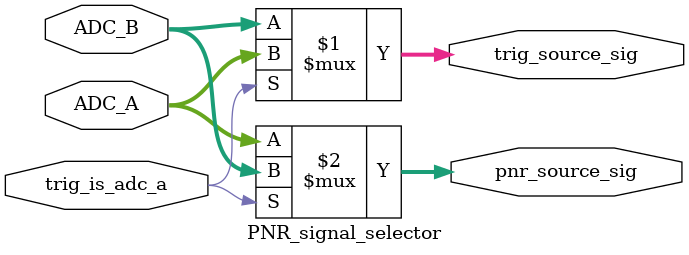
<source format=v>
`timescale 1ns / 1ps


module PNR_signal_selector(
    input trig_is_adc_a,
    input [14-1:0] ADC_A,
    input [14-1:0] ADC_B,
    output [14-1:0] trig_source_sig,
    output [14-1:0] pnr_source_sig
    );
    
assign trig_source_sig = trig_is_adc_a ? ADC_A : ADC_B;
assign pnr_source_sig  = trig_is_adc_a ? ADC_B : ADC_A;

endmodule

</source>
